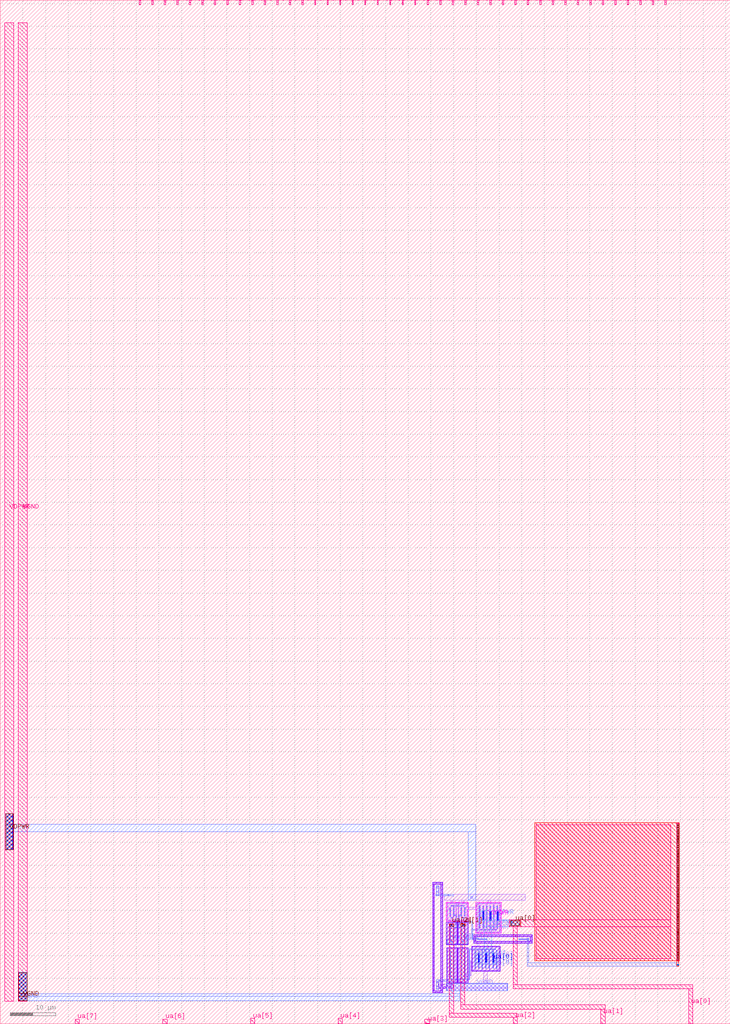
<source format=lef>
VERSION 5.7 ;
  NOWIREEXTENSIONATPIN ON ;
  DIVIDERCHAR "/" ;
  BUSBITCHARS "[]" ;
MACRO tt_um_Maj_opamp
  CLASS BLOCK ;
  FOREIGN tt_um_Maj_opamp ;
  ORIGIN 0.000 0.000 ;
  SIZE 161.000 BY 225.760 ;
  PIN clk
    DIRECTION INPUT ;
    USE SIGNAL ;
    PORT
      LAYER met4 ;
        RECT 143.830 224.760 144.130 225.760 ;
    END
  END clk
  PIN ena
    DIRECTION INPUT ;
    USE SIGNAL ;
    PORT
      LAYER met4 ;
        RECT 146.590 224.760 146.890 225.760 ;
    END
  END ena
  PIN rst_n
    DIRECTION INPUT ;
    USE SIGNAL ;
    PORT
      LAYER met4 ;
        RECT 141.070 224.760 141.370 225.760 ;
    END
  END rst_n
  PIN ua[0]
    DIRECTION INOUT ;
    USE SIGNAL ;
    ANTENNADIFFAREA 7.751700 ;
    PORT
      LAYER li1 ;
        RECT 106.400 21.020 106.570 26.060 ;
        RECT 107.980 21.020 108.150 26.060 ;
        RECT 109.560 21.020 109.730 26.060 ;
        RECT 105.440 12.210 105.610 16.160 ;
        RECT 107.020 12.210 107.190 16.160 ;
        RECT 108.600 12.210 108.770 16.160 ;
      LAYER mcon ;
        RECT 106.400 25.795 106.570 25.965 ;
        RECT 106.400 25.435 106.570 25.605 ;
        RECT 106.400 25.075 106.570 25.245 ;
        RECT 106.400 24.715 106.570 24.885 ;
        RECT 106.400 24.355 106.570 24.525 ;
        RECT 106.400 23.995 106.570 24.165 ;
        RECT 106.400 23.635 106.570 23.805 ;
        RECT 106.400 23.275 106.570 23.445 ;
        RECT 106.400 22.915 106.570 23.085 ;
        RECT 106.400 22.555 106.570 22.725 ;
        RECT 106.400 22.195 106.570 22.365 ;
        RECT 106.400 21.835 106.570 22.005 ;
        RECT 106.400 21.475 106.570 21.645 ;
        RECT 106.400 21.115 106.570 21.285 ;
        RECT 107.980 25.795 108.150 25.965 ;
        RECT 107.980 25.435 108.150 25.605 ;
        RECT 107.980 25.075 108.150 25.245 ;
        RECT 107.980 24.715 108.150 24.885 ;
        RECT 107.980 24.355 108.150 24.525 ;
        RECT 107.980 23.995 108.150 24.165 ;
        RECT 107.980 23.635 108.150 23.805 ;
        RECT 107.980 23.275 108.150 23.445 ;
        RECT 107.980 22.915 108.150 23.085 ;
        RECT 107.980 22.555 108.150 22.725 ;
        RECT 107.980 22.195 108.150 22.365 ;
        RECT 107.980 21.835 108.150 22.005 ;
        RECT 107.980 21.475 108.150 21.645 ;
        RECT 107.980 21.115 108.150 21.285 ;
        RECT 109.560 25.795 109.730 25.965 ;
        RECT 109.560 25.435 109.730 25.605 ;
        RECT 109.560 25.075 109.730 25.245 ;
        RECT 109.560 24.715 109.730 24.885 ;
        RECT 109.560 24.355 109.730 24.525 ;
        RECT 109.560 23.995 109.730 24.165 ;
        RECT 109.560 23.635 109.730 23.805 ;
        RECT 109.560 23.275 109.730 23.445 ;
        RECT 109.560 22.915 109.730 23.085 ;
        RECT 109.560 22.555 109.730 22.725 ;
        RECT 109.560 22.195 109.730 22.365 ;
        RECT 109.560 21.835 109.730 22.005 ;
        RECT 109.560 21.475 109.730 21.645 ;
        RECT 109.560 21.115 109.730 21.285 ;
        RECT 105.440 15.900 105.610 16.070 ;
        RECT 105.440 15.540 105.610 15.710 ;
        RECT 105.440 15.180 105.610 15.350 ;
        RECT 105.440 14.820 105.610 14.990 ;
        RECT 105.440 14.460 105.610 14.630 ;
        RECT 105.440 14.100 105.610 14.270 ;
        RECT 105.440 13.740 105.610 13.910 ;
        RECT 105.440 13.380 105.610 13.550 ;
        RECT 105.440 13.020 105.610 13.190 ;
        RECT 105.440 12.660 105.610 12.830 ;
        RECT 105.440 12.300 105.610 12.470 ;
        RECT 107.020 15.900 107.190 16.070 ;
        RECT 107.020 15.540 107.190 15.710 ;
        RECT 107.020 15.180 107.190 15.350 ;
        RECT 107.020 14.820 107.190 14.990 ;
        RECT 107.020 14.460 107.190 14.630 ;
        RECT 107.020 14.100 107.190 14.270 ;
        RECT 107.020 13.740 107.190 13.910 ;
        RECT 107.020 13.380 107.190 13.550 ;
        RECT 107.020 13.020 107.190 13.190 ;
        RECT 107.020 12.660 107.190 12.830 ;
        RECT 107.020 12.300 107.190 12.470 ;
        RECT 108.600 15.900 108.770 16.070 ;
        RECT 108.600 15.540 108.770 15.710 ;
        RECT 108.600 15.180 108.770 15.350 ;
        RECT 108.600 14.820 108.770 14.990 ;
        RECT 108.600 14.460 108.770 14.630 ;
        RECT 108.600 14.100 108.770 14.270 ;
        RECT 108.600 13.740 108.770 13.910 ;
        RECT 108.600 13.380 108.770 13.550 ;
        RECT 108.600 13.020 108.770 13.190 ;
        RECT 108.600 12.660 108.770 12.830 ;
        RECT 108.600 12.300 108.770 12.470 ;
      LAYER met1 ;
        RECT 106.370 24.910 106.600 26.040 ;
        RECT 107.950 24.910 108.180 26.040 ;
        RECT 109.530 24.910 109.760 26.040 ;
        RECT 106.370 24.760 106.700 24.910 ;
        RECT 106.370 22.750 106.810 24.760 ;
        RECT 106.370 21.040 106.600 22.750 ;
        RECT 107.950 22.690 108.270 24.910 ;
        RECT 109.530 22.690 109.850 24.910 ;
        RECT 107.950 21.040 108.180 22.690 ;
        RECT 109.530 21.040 109.760 22.690 ;
        RECT 105.410 15.520 105.640 16.140 ;
        RECT 106.990 15.540 107.220 16.140 ;
        RECT 108.570 15.550 108.800 16.140 ;
        RECT 105.410 13.300 105.810 15.520 ;
        RECT 106.990 13.320 107.400 15.540 ;
        RECT 108.570 13.330 108.980 15.550 ;
        RECT 105.410 12.230 105.640 13.300 ;
        RECT 106.990 12.230 107.220 13.320 ;
        RECT 108.570 12.230 108.800 13.330 ;
      LAYER via ;
        RECT 106.405 24.540 106.665 24.800 ;
        RECT 106.405 24.220 106.665 24.480 ;
        RECT 106.405 23.900 106.665 24.160 ;
        RECT 106.405 23.580 106.665 23.840 ;
        RECT 106.405 23.260 106.665 23.520 ;
        RECT 106.405 22.940 106.665 23.200 ;
        RECT 107.990 24.445 108.250 24.705 ;
        RECT 107.990 24.125 108.250 24.385 ;
        RECT 107.990 23.805 108.250 24.065 ;
        RECT 107.990 23.485 108.250 23.745 ;
        RECT 107.990 23.165 108.250 23.425 ;
        RECT 107.990 22.845 108.250 23.105 ;
        RECT 109.570 24.435 109.830 24.695 ;
        RECT 109.570 24.115 109.830 24.375 ;
        RECT 109.570 23.795 109.830 24.055 ;
        RECT 109.570 23.475 109.830 23.735 ;
        RECT 109.570 23.155 109.830 23.415 ;
        RECT 109.570 22.835 109.830 23.095 ;
        RECT 105.435 15.155 105.695 15.415 ;
        RECT 105.435 14.835 105.695 15.095 ;
        RECT 105.435 14.515 105.695 14.775 ;
        RECT 105.435 14.195 105.695 14.455 ;
        RECT 105.435 13.875 105.695 14.135 ;
        RECT 105.435 13.555 105.695 13.815 ;
        RECT 107.015 15.145 107.275 15.405 ;
        RECT 107.015 14.825 107.275 15.085 ;
        RECT 107.015 14.505 107.275 14.765 ;
        RECT 107.015 14.185 107.275 14.445 ;
        RECT 107.015 13.865 107.275 14.125 ;
        RECT 107.015 13.545 107.275 13.805 ;
        RECT 108.605 15.135 108.865 15.395 ;
        RECT 108.605 14.815 108.865 15.075 ;
        RECT 108.605 14.495 108.865 14.755 ;
        RECT 108.605 14.175 108.865 14.435 ;
        RECT 108.605 13.855 108.865 14.115 ;
        RECT 108.605 13.535 108.865 13.795 ;
      LAYER met2 ;
        RECT 106.120 22.990 109.910 24.910 ;
        RECT 106.120 22.690 114.850 22.990 ;
        RECT 106.750 21.390 114.850 22.690 ;
        RECT 106.780 15.630 108.430 21.390 ;
        RECT 105.070 13.160 109.210 15.630 ;
      LAYER via2 ;
        RECT 112.660 21.650 114.540 22.730 ;
      LAYER met3 ;
        RECT 112.300 21.390 114.850 22.990 ;
      LAYER via3 ;
        RECT 112.640 21.630 114.560 22.750 ;
      LAYER met4 ;
        RECT 118.245 22.990 147.855 43.895 ;
        RECT 112.300 21.390 147.855 22.990 ;
        RECT 113.170 8.590 114.070 21.390 ;
        RECT 118.245 14.285 147.855 21.390 ;
        RECT 113.170 7.690 152.710 8.590 ;
        RECT 151.810 0.000 152.710 7.690 ;
    END
  END ua[0]
  PIN ua[1]
    DIRECTION INOUT ;
    USE SIGNAL ;
    ANTENNAGATEAREA 1.500000 ;
    PORT
      LAYER li1 ;
        RECT 101.790 21.560 102.290 21.730 ;
        RECT 101.790 18.010 102.290 18.180 ;
      LAYER mcon ;
        RECT 101.955 21.560 102.125 21.730 ;
        RECT 101.955 18.010 102.125 18.180 ;
      LAYER met1 ;
        RECT 101.520 21.520 102.530 21.980 ;
        RECT 101.810 17.980 102.270 18.210 ;
      LAYER via ;
        RECT 101.570 21.520 102.480 21.980 ;
      LAYER met2 ;
        RECT 101.570 21.470 102.480 22.030 ;
      LAYER via2 ;
        RECT 101.570 21.520 102.480 21.980 ;
      LAYER met3 ;
        RECT 101.520 21.495 102.530 22.005 ;
      LAYER via3 ;
        RECT 101.570 21.520 102.480 21.980 ;
      LAYER met4 ;
        RECT 101.565 21.515 102.485 21.985 ;
        RECT 101.570 4.230 102.470 21.515 ;
        RECT 101.570 3.200 133.390 4.230 ;
        RECT 132.490 0.000 133.390 3.200 ;
    END
  END ua[1]
  PIN ua[2]
    DIRECTION INOUT ;
    USE SIGNAL ;
    ANTENNAGATEAREA 1.500000 ;
    PORT
      LAYER li1 ;
        RECT 99.335 21.560 99.835 21.730 ;
        RECT 99.335 18.010 99.835 18.180 ;
      LAYER mcon ;
        RECT 99.500 21.560 99.670 21.730 ;
        RECT 99.500 18.010 99.670 18.180 ;
      LAYER met1 ;
        RECT 99.040 21.520 100.030 21.940 ;
        RECT 99.355 17.980 99.815 18.210 ;
      LAYER via ;
        RECT 99.090 21.520 99.980 21.940 ;
      LAYER met2 ;
        RECT 99.090 21.470 99.980 21.990 ;
      LAYER via2 ;
        RECT 99.090 21.520 99.980 21.940 ;
      LAYER met3 ;
        RECT 99.040 21.495 100.030 21.965 ;
      LAYER via3 ;
        RECT 99.090 21.520 99.980 21.940 ;
      LAYER met4 ;
        RECT 99.080 21.945 99.980 22.090 ;
        RECT 99.080 21.515 99.985 21.945 ;
        RECT 99.080 2.340 99.980 21.515 ;
        RECT 99.080 1.440 114.070 2.340 ;
        RECT 113.170 0.000 114.070 1.440 ;
    END
  END ua[2]
  PIN ua[3]
    DIRECTION INOUT ;
    USE SIGNAL ;
    PORT
      LAYER met4 ;
        RECT 93.610 0.100 94.750 1.000 ;
        RECT 93.850 0.000 94.750 0.100 ;
    END
  END ua[3]
  PIN ua[4]
    DIRECTION INOUT ;
    USE SIGNAL ;
    PORT
      LAYER met4 ;
        RECT 74.530 0.000 75.430 1.250 ;
    END
  END ua[4]
  PIN ua[5]
    DIRECTION INOUT ;
    USE SIGNAL ;
    PORT
      LAYER met4 ;
        RECT 55.210 0.000 56.110 1.250 ;
    END
  END ua[5]
  PIN ua[6]
    DIRECTION INOUT ;
    USE SIGNAL ;
    PORT
      LAYER met4 ;
        RECT 35.890 0.000 36.790 1.000 ;
    END
  END ua[6]
  PIN ua[7]
    DIRECTION INOUT ;
    USE SIGNAL ;
    PORT
      LAYER met4 ;
        RECT 16.570 0.000 17.470 1.000 ;
    END
  END ua[7]
  PIN ui_in[0]
    DIRECTION INPUT ;
    USE SIGNAL ;
    PORT
      LAYER met4 ;
        RECT 138.310 224.760 138.610 225.760 ;
    END
  END ui_in[0]
  PIN ui_in[1]
    DIRECTION INPUT ;
    USE SIGNAL ;
    PORT
      LAYER met4 ;
        RECT 135.550 224.760 135.850 225.760 ;
    END
  END ui_in[1]
  PIN ui_in[2]
    DIRECTION INPUT ;
    USE SIGNAL ;
    PORT
      LAYER met4 ;
        RECT 132.790 224.760 133.090 225.760 ;
    END
  END ui_in[2]
  PIN ui_in[3]
    DIRECTION INPUT ;
    USE SIGNAL ;
    PORT
      LAYER met4 ;
        RECT 130.030 224.760 130.330 225.760 ;
    END
  END ui_in[3]
  PIN ui_in[4]
    DIRECTION INPUT ;
    USE SIGNAL ;
    PORT
      LAYER met4 ;
        RECT 127.270 224.760 127.570 225.760 ;
    END
  END ui_in[4]
  PIN ui_in[5]
    DIRECTION INPUT ;
    USE SIGNAL ;
    PORT
      LAYER met4 ;
        RECT 124.510 224.760 124.810 225.760 ;
    END
  END ui_in[5]
  PIN ui_in[6]
    DIRECTION INPUT ;
    USE SIGNAL ;
    PORT
      LAYER met4 ;
        RECT 121.750 224.760 122.050 225.760 ;
    END
  END ui_in[6]
  PIN ui_in[7]
    DIRECTION INPUT ;
    USE SIGNAL ;
    PORT
      LAYER met4 ;
        RECT 118.990 224.760 119.290 225.760 ;
    END
  END ui_in[7]
  PIN uio_in[0]
    DIRECTION INPUT ;
    USE SIGNAL ;
    PORT
      LAYER met4 ;
        RECT 116.230 224.760 116.530 225.760 ;
    END
  END uio_in[0]
  PIN uio_in[1]
    DIRECTION INPUT ;
    USE SIGNAL ;
    PORT
      LAYER met4 ;
        RECT 113.470 224.760 113.770 225.760 ;
    END
  END uio_in[1]
  PIN uio_in[2]
    DIRECTION INPUT ;
    USE SIGNAL ;
    PORT
      LAYER met4 ;
        RECT 110.710 224.760 111.010 225.760 ;
    END
  END uio_in[2]
  PIN uio_in[3]
    DIRECTION INPUT ;
    USE SIGNAL ;
    PORT
      LAYER met4 ;
        RECT 107.950 224.760 108.250 225.760 ;
    END
  END uio_in[3]
  PIN uio_in[4]
    DIRECTION INPUT ;
    USE SIGNAL ;
    PORT
      LAYER met4 ;
        RECT 105.190 224.760 105.490 225.760 ;
    END
  END uio_in[4]
  PIN uio_in[5]
    DIRECTION INPUT ;
    USE SIGNAL ;
    PORT
      LAYER met4 ;
        RECT 102.430 224.760 102.730 225.760 ;
    END
  END uio_in[5]
  PIN uio_in[6]
    DIRECTION INPUT ;
    USE SIGNAL ;
    PORT
      LAYER met4 ;
        RECT 99.670 224.760 99.970 225.760 ;
    END
  END uio_in[6]
  PIN uio_in[7]
    DIRECTION INPUT ;
    USE SIGNAL ;
    PORT
      LAYER met4 ;
        RECT 96.910 224.760 97.210 225.760 ;
    END
  END uio_in[7]
  PIN uio_oe[0]
    DIRECTION OUTPUT ;
    USE SIGNAL ;
    PORT
      LAYER met4 ;
        RECT 49.990 224.760 50.290 225.760 ;
    END
  END uio_oe[0]
  PIN uio_oe[1]
    DIRECTION OUTPUT ;
    USE SIGNAL ;
    PORT
      LAYER met4 ;
        RECT 47.230 224.760 47.530 225.760 ;
    END
  END uio_oe[1]
  PIN uio_oe[2]
    DIRECTION OUTPUT ;
    USE SIGNAL ;
    PORT
      LAYER met4 ;
        RECT 44.470 224.760 44.770 225.760 ;
    END
  END uio_oe[2]
  PIN uio_oe[3]
    DIRECTION OUTPUT ;
    USE SIGNAL ;
    PORT
      LAYER met4 ;
        RECT 41.710 224.760 42.010 225.760 ;
    END
  END uio_oe[3]
  PIN uio_oe[4]
    DIRECTION OUTPUT ;
    USE SIGNAL ;
    PORT
      LAYER met4 ;
        RECT 38.950 224.760 39.250 225.760 ;
    END
  END uio_oe[4]
  PIN uio_oe[5]
    DIRECTION OUTPUT ;
    USE SIGNAL ;
    PORT
      LAYER met4 ;
        RECT 36.190 224.760 36.490 225.760 ;
    END
  END uio_oe[5]
  PIN uio_oe[6]
    DIRECTION OUTPUT ;
    USE SIGNAL ;
    PORT
      LAYER met4 ;
        RECT 33.430 224.760 33.730 225.760 ;
    END
  END uio_oe[6]
  PIN uio_oe[7]
    DIRECTION OUTPUT ;
    USE SIGNAL ;
    PORT
      LAYER met4 ;
        RECT 30.670 224.760 30.970 225.760 ;
    END
  END uio_oe[7]
  PIN uio_out[0]
    DIRECTION OUTPUT ;
    USE SIGNAL ;
    PORT
      LAYER met4 ;
        RECT 72.070 224.760 72.370 225.760 ;
    END
  END uio_out[0]
  PIN uio_out[1]
    DIRECTION OUTPUT ;
    USE SIGNAL ;
    PORT
      LAYER met4 ;
        RECT 69.310 224.760 69.610 225.760 ;
    END
  END uio_out[1]
  PIN uio_out[2]
    DIRECTION OUTPUT ;
    USE SIGNAL ;
    PORT
      LAYER met4 ;
        RECT 66.550 224.760 66.850 225.760 ;
    END
  END uio_out[2]
  PIN uio_out[3]
    DIRECTION OUTPUT ;
    USE SIGNAL ;
    PORT
      LAYER met4 ;
        RECT 63.790 224.760 64.090 225.760 ;
    END
  END uio_out[3]
  PIN uio_out[4]
    DIRECTION OUTPUT ;
    USE SIGNAL ;
    PORT
      LAYER met4 ;
        RECT 61.030 224.760 61.330 225.760 ;
    END
  END uio_out[4]
  PIN uio_out[5]
    DIRECTION OUTPUT ;
    USE SIGNAL ;
    PORT
      LAYER met4 ;
        RECT 58.270 224.760 58.570 225.760 ;
    END
  END uio_out[5]
  PIN uio_out[6]
    DIRECTION OUTPUT ;
    USE SIGNAL ;
    PORT
      LAYER met4 ;
        RECT 55.510 224.760 55.810 225.760 ;
    END
  END uio_out[6]
  PIN uio_out[7]
    DIRECTION OUTPUT ;
    USE SIGNAL ;
    PORT
      LAYER met4 ;
        RECT 52.750 224.760 53.050 225.760 ;
    END
  END uio_out[7]
  PIN uo_out[0]
    DIRECTION OUTPUT ;
    USE SIGNAL ;
    PORT
      LAYER met4 ;
        RECT 94.150 224.760 94.450 225.760 ;
    END
  END uo_out[0]
  PIN uo_out[1]
    DIRECTION OUTPUT ;
    USE SIGNAL ;
    PORT
      LAYER met4 ;
        RECT 91.390 224.760 91.690 225.760 ;
    END
  END uo_out[1]
  PIN uo_out[2]
    DIRECTION OUTPUT ;
    USE SIGNAL ;
    PORT
      LAYER met4 ;
        RECT 88.630 224.760 88.930 225.760 ;
    END
  END uo_out[2]
  PIN uo_out[3]
    DIRECTION OUTPUT ;
    USE SIGNAL ;
    PORT
      LAYER met4 ;
        RECT 85.870 224.760 86.170 225.760 ;
    END
  END uo_out[3]
  PIN uo_out[4]
    DIRECTION OUTPUT ;
    USE SIGNAL ;
    PORT
      LAYER met4 ;
        RECT 83.110 224.760 83.410 225.760 ;
    END
  END uo_out[4]
  PIN uo_out[5]
    DIRECTION OUTPUT ;
    USE SIGNAL ;
    PORT
      LAYER met4 ;
        RECT 80.350 224.760 80.650 225.760 ;
    END
  END uo_out[5]
  PIN uo_out[6]
    DIRECTION OUTPUT ;
    USE SIGNAL ;
    PORT
      LAYER met4 ;
        RECT 77.590 224.760 77.890 225.760 ;
    END
  END uo_out[6]
  PIN uo_out[7]
    DIRECTION OUTPUT ;
    USE SIGNAL ;
    PORT
      LAYER met4 ;
        RECT 74.830 224.760 75.130 225.760 ;
    END
  END uo_out[7]
  PIN VDPWR
    DIRECTION INOUT ;
    USE POWER ;
    PORT
      LAYER nwell ;
        RECT 100.800 26.765 103.260 26.780 ;
        RECT 98.385 22.590 103.260 26.765 ;
        RECT 98.385 22.575 100.845 22.590 ;
        RECT 104.860 19.940 110.480 26.780 ;
      LAYER li1 ;
        RECT 96.120 28.290 96.810 30.450 ;
        RECT 97.900 27.240 115.800 28.590 ;
        RECT 99.350 26.585 99.850 27.240 ;
        RECT 100.450 26.600 101.150 26.640 ;
        RECT 101.800 26.600 102.300 27.240 ;
        RECT 107.600 26.600 108.100 27.240 ;
        RECT 100.450 26.590 103.080 26.600 ;
        RECT 100.400 26.585 103.080 26.590 ;
        RECT 98.565 26.440 103.080 26.585 ;
        RECT 98.565 26.415 100.665 26.440 ;
        RECT 98.565 25.690 98.735 26.415 ;
        RECT 98.550 25.340 99.350 25.690 ;
        RECT 98.565 22.925 98.735 25.340 ;
        RECT 99.135 23.650 99.305 25.340 ;
        RECT 100.495 22.925 100.665 26.415 ;
        RECT 98.565 22.755 100.665 22.925 ;
        RECT 100.980 26.430 103.080 26.440 ;
        RECT 100.980 22.940 101.150 26.430 ;
        RECT 102.340 25.690 102.510 25.705 ;
        RECT 102.910 25.690 103.080 26.430 ;
        RECT 105.040 26.430 110.300 26.600 ;
        RECT 105.040 25.690 105.210 26.430 ;
        RECT 105.580 25.710 105.810 26.430 ;
        RECT 107.160 25.710 107.390 26.430 ;
        RECT 108.740 25.710 108.970 26.430 ;
        RECT 102.290 25.240 105.210 25.690 ;
        RECT 102.340 23.665 102.510 25.240 ;
        RECT 102.910 22.940 103.080 25.240 ;
        RECT 100.980 22.770 103.080 22.940 ;
        RECT 105.040 20.290 105.210 25.240 ;
        RECT 105.610 21.020 105.780 25.710 ;
        RECT 107.190 21.020 107.360 25.710 ;
        RECT 108.770 21.020 108.940 25.710 ;
        RECT 110.130 20.290 110.300 26.430 ;
        RECT 105.040 20.120 110.300 20.290 ;
      LAYER mcon ;
        RECT 96.200 28.380 96.730 30.350 ;
        RECT 98.725 28.315 98.895 28.485 ;
        RECT 103.730 27.635 104.260 28.165 ;
        RECT 99.135 25.305 99.305 25.475 ;
        RECT 99.135 24.945 99.305 25.115 ;
        RECT 99.135 24.585 99.305 24.755 ;
        RECT 99.135 24.225 99.305 24.395 ;
        RECT 99.135 23.865 99.305 24.035 ;
        RECT 105.610 25.795 105.780 25.965 ;
        RECT 107.190 25.795 107.360 25.965 ;
        RECT 108.770 25.795 108.940 25.965 ;
        RECT 102.340 25.320 102.510 25.490 ;
        RECT 102.340 24.960 102.510 25.130 ;
        RECT 102.340 24.600 102.510 24.770 ;
        RECT 102.340 24.240 102.510 24.410 ;
        RECT 102.340 23.880 102.510 24.050 ;
        RECT 105.610 25.435 105.780 25.605 ;
        RECT 105.610 25.075 105.780 25.245 ;
        RECT 105.610 24.715 105.780 24.885 ;
        RECT 105.610 24.355 105.780 24.525 ;
        RECT 105.610 23.995 105.780 24.165 ;
        RECT 105.610 23.635 105.780 23.805 ;
        RECT 105.610 23.275 105.780 23.445 ;
        RECT 105.610 22.915 105.780 23.085 ;
        RECT 105.610 22.555 105.780 22.725 ;
        RECT 105.610 22.195 105.780 22.365 ;
        RECT 105.610 21.835 105.780 22.005 ;
        RECT 105.610 21.475 105.780 21.645 ;
        RECT 105.610 21.115 105.780 21.285 ;
        RECT 107.190 25.435 107.360 25.605 ;
        RECT 107.190 25.075 107.360 25.245 ;
        RECT 107.190 24.715 107.360 24.885 ;
        RECT 107.190 24.355 107.360 24.525 ;
        RECT 107.190 23.995 107.360 24.165 ;
        RECT 107.190 23.635 107.360 23.805 ;
        RECT 107.190 23.275 107.360 23.445 ;
        RECT 107.190 22.915 107.360 23.085 ;
        RECT 107.190 22.555 107.360 22.725 ;
        RECT 107.190 22.195 107.360 22.365 ;
        RECT 107.190 21.835 107.360 22.005 ;
        RECT 107.190 21.475 107.360 21.645 ;
        RECT 107.190 21.115 107.360 21.285 ;
        RECT 108.770 25.435 108.940 25.605 ;
        RECT 108.770 25.075 108.940 25.245 ;
        RECT 108.770 24.715 108.940 24.885 ;
        RECT 108.770 24.355 108.940 24.525 ;
        RECT 108.770 23.995 108.940 24.165 ;
        RECT 108.770 23.635 108.940 23.805 ;
        RECT 108.770 23.275 108.940 23.445 ;
        RECT 108.770 22.915 108.940 23.085 ;
        RECT 108.770 22.555 108.940 22.725 ;
        RECT 108.770 22.195 108.940 22.365 ;
        RECT 108.770 21.835 108.940 22.005 ;
        RECT 108.770 21.475 108.940 21.645 ;
        RECT 108.770 21.115 108.940 21.285 ;
      LAYER met1 ;
        RECT 1.220 43.960 2.820 46.310 ;
        RECT 1.220 42.380 104.820 43.960 ;
        RECT 1.220 42.370 101.890 42.380 ;
        RECT 1.220 38.400 2.820 42.370 ;
        RECT 96.170 28.590 96.760 30.420 ;
        RECT 96.100 28.270 99.950 28.590 ;
        RECT 97.750 28.260 99.950 28.270 ;
        RECT 103.240 27.240 104.820 42.380 ;
        RECT 99.105 23.670 99.335 25.670 ;
        RECT 102.310 23.685 102.540 25.685 ;
        RECT 105.580 21.040 105.810 26.040 ;
        RECT 107.160 21.040 107.390 26.040 ;
        RECT 108.740 21.040 108.970 26.040 ;
      LAYER via ;
        RECT 1.250 38.430 2.790 46.280 ;
      LAYER met2 ;
        RECT 1.170 38.350 2.870 46.360 ;
      LAYER via2 ;
        RECT 1.220 38.400 2.820 46.310 ;
      LAYER met3 ;
        RECT 1.170 38.350 2.870 46.370 ;
      LAYER via3 ;
        RECT 1.200 38.380 2.840 46.340 ;
      LAYER met4 ;
        RECT 1.000 5.000 3.000 220.760 ;
    END
  END VDPWR
  PIN VGND
    DIRECTION INOUT ;
    USE GROUND ;
    PORT
      LAYER pwell ;
        RECT 95.340 30.800 97.590 31.230 ;
        RECT 95.340 7.240 95.770 30.800 ;
        RECT 97.160 7.240 97.590 30.800 ;
        RECT 98.405 17.370 100.765 22.370 ;
        RECT 100.860 17.370 103.220 22.370 ;
        RECT 104.450 19.200 117.310 19.630 ;
        RECT 104.450 18.170 104.880 19.200 ;
        RECT 116.880 18.170 117.310 19.200 ;
        RECT 104.450 17.740 117.310 18.170 ;
        RECT 98.450 9.090 100.810 16.780 ;
        RECT 100.900 9.090 103.260 16.780 ;
        RECT 103.950 11.540 110.260 17.140 ;
        RECT 95.340 6.810 97.590 7.240 ;
      LAYER li1 ;
        RECT 95.470 30.930 97.460 31.100 ;
        RECT 95.470 7.110 95.640 30.930 ;
        RECT 97.290 8.110 97.460 30.930 ;
        RECT 100.395 22.240 101.220 22.245 ;
        RECT 98.535 22.070 103.090 22.240 ;
        RECT 98.535 17.670 98.705 22.070 ;
        RECT 100.465 17.670 100.635 22.070 ;
        RECT 100.990 17.670 101.160 22.070 ;
        RECT 102.920 17.670 103.090 22.070 ;
        RECT 104.580 19.330 117.180 19.500 ;
        RECT 104.580 18.040 104.750 19.330 ;
        RECT 117.010 18.040 117.180 19.330 ;
        RECT 104.580 17.870 117.180 18.040 ;
        RECT 98.535 17.500 103.090 17.670 ;
        RECT 100.150 17.495 101.215 17.500 ;
        RECT 100.150 16.650 100.550 17.495 ;
        RECT 100.750 17.440 100.960 17.495 ;
        RECT 105.250 17.010 105.550 17.870 ;
        RECT 104.080 16.840 110.130 17.010 ;
        RECT 98.580 16.480 100.680 16.650 ;
        RECT 98.580 10.890 98.750 16.480 ;
        RECT 99.150 10.890 99.320 16.110 ;
        RECT 98.580 10.390 99.320 10.890 ;
        RECT 98.580 9.390 98.750 10.390 ;
        RECT 99.150 10.070 99.320 10.390 ;
        RECT 100.510 9.390 100.680 16.480 ;
        RECT 101.030 16.480 103.130 16.650 ;
        RECT 101.030 9.390 101.200 16.480 ;
        RECT 102.390 10.940 102.560 16.110 ;
        RECT 102.960 10.940 103.130 16.480 ;
        RECT 104.080 13.940 104.250 16.840 ;
        RECT 103.650 13.690 104.250 13.940 ;
        RECT 102.390 10.790 103.200 10.940 ;
        RECT 103.650 10.790 103.850 13.690 ;
        RECT 104.080 11.840 104.250 13.690 ;
        RECT 104.650 11.840 104.820 16.160 ;
        RECT 106.230 11.840 106.400 16.160 ;
        RECT 107.810 11.840 107.980 16.160 ;
        RECT 109.390 11.840 109.560 16.160 ;
        RECT 109.960 11.840 110.130 16.840 ;
        RECT 104.080 11.670 110.130 11.840 ;
        RECT 102.390 10.590 103.850 10.790 ;
        RECT 102.390 10.440 103.200 10.590 ;
        RECT 102.390 10.070 102.560 10.440 ;
        RECT 102.960 9.390 103.130 10.440 ;
        RECT 98.580 9.220 103.130 9.390 ;
        RECT 100.300 9.190 101.450 9.220 ;
        RECT 100.400 8.890 101.350 9.190 ;
        RECT 106.600 8.890 107.400 11.670 ;
        RECT 97.290 8.100 97.830 8.110 ;
        RECT 98.400 8.100 111.900 8.890 ;
        RECT 97.290 7.740 111.900 8.100 ;
        RECT 97.290 7.110 97.460 7.740 ;
        RECT 98.400 7.290 111.900 7.740 ;
        RECT 95.470 6.940 97.460 7.110 ;
      LAYER mcon ;
        RECT 99.150 15.705 99.320 15.875 ;
        RECT 99.150 15.345 99.320 15.515 ;
        RECT 99.150 14.985 99.320 15.155 ;
        RECT 99.150 14.625 99.320 14.795 ;
        RECT 99.150 14.265 99.320 14.435 ;
        RECT 99.150 13.905 99.320 14.075 ;
        RECT 99.150 13.545 99.320 13.715 ;
        RECT 99.150 13.185 99.320 13.355 ;
        RECT 99.150 12.825 99.320 12.995 ;
        RECT 99.150 12.465 99.320 12.635 ;
        RECT 99.150 12.105 99.320 12.275 ;
        RECT 99.150 11.745 99.320 11.915 ;
        RECT 99.150 11.385 99.320 11.555 ;
        RECT 99.150 11.025 99.320 11.195 ;
        RECT 99.150 10.665 99.320 10.835 ;
        RECT 99.150 10.305 99.320 10.475 ;
        RECT 102.390 15.705 102.560 15.875 ;
        RECT 102.390 15.345 102.560 15.515 ;
        RECT 102.390 14.985 102.560 15.155 ;
        RECT 102.390 14.625 102.560 14.795 ;
        RECT 102.390 14.265 102.560 14.435 ;
        RECT 102.390 13.905 102.560 14.075 ;
        RECT 102.390 13.545 102.560 13.715 ;
        RECT 102.390 13.185 102.560 13.355 ;
        RECT 102.390 12.825 102.560 12.995 ;
        RECT 102.390 12.465 102.560 12.635 ;
        RECT 102.390 12.105 102.560 12.275 ;
        RECT 102.390 11.745 102.560 11.915 ;
        RECT 102.390 11.385 102.560 11.555 ;
        RECT 102.390 11.025 102.560 11.195 ;
        RECT 102.390 10.665 102.560 10.835 ;
        RECT 104.650 15.900 104.820 16.070 ;
        RECT 104.650 15.540 104.820 15.710 ;
        RECT 104.650 15.180 104.820 15.350 ;
        RECT 104.650 14.820 104.820 14.990 ;
        RECT 104.650 14.460 104.820 14.630 ;
        RECT 104.650 14.100 104.820 14.270 ;
        RECT 104.650 13.740 104.820 13.910 ;
        RECT 104.650 13.380 104.820 13.550 ;
        RECT 104.650 13.020 104.820 13.190 ;
        RECT 104.650 12.660 104.820 12.830 ;
        RECT 104.650 12.300 104.820 12.470 ;
        RECT 106.230 15.900 106.400 16.070 ;
        RECT 106.230 15.540 106.400 15.710 ;
        RECT 106.230 15.180 106.400 15.350 ;
        RECT 106.230 14.820 106.400 14.990 ;
        RECT 106.230 14.460 106.400 14.630 ;
        RECT 106.230 14.100 106.400 14.270 ;
        RECT 106.230 13.740 106.400 13.910 ;
        RECT 106.230 13.380 106.400 13.550 ;
        RECT 106.230 13.020 106.400 13.190 ;
        RECT 106.230 12.660 106.400 12.830 ;
        RECT 106.230 12.300 106.400 12.470 ;
        RECT 107.810 15.900 107.980 16.070 ;
        RECT 107.810 15.540 107.980 15.710 ;
        RECT 107.810 15.180 107.980 15.350 ;
        RECT 107.810 14.820 107.980 14.990 ;
        RECT 107.810 14.460 107.980 14.630 ;
        RECT 107.810 14.100 107.980 14.270 ;
        RECT 107.810 13.740 107.980 13.910 ;
        RECT 107.810 13.380 107.980 13.550 ;
        RECT 107.810 13.020 107.980 13.190 ;
        RECT 107.810 12.660 107.980 12.830 ;
        RECT 107.810 12.300 107.980 12.470 ;
        RECT 109.390 15.900 109.560 16.070 ;
        RECT 109.390 15.540 109.560 15.710 ;
        RECT 109.390 15.180 109.560 15.350 ;
        RECT 109.390 14.820 109.560 14.990 ;
        RECT 109.390 14.460 109.560 14.630 ;
        RECT 109.390 14.100 109.560 14.270 ;
        RECT 109.390 13.740 109.560 13.910 ;
        RECT 109.390 13.380 109.560 13.550 ;
        RECT 109.390 13.020 109.560 13.190 ;
        RECT 109.390 12.660 109.560 12.830 ;
        RECT 109.390 12.300 109.560 12.470 ;
        RECT 102.390 10.305 102.560 10.475 ;
        RECT 98.420 7.300 111.860 8.870 ;
      LAYER met1 ;
        RECT 3.980 6.600 5.980 11.270 ;
        RECT 99.120 10.090 99.350 16.090 ;
        RECT 102.360 10.090 102.590 16.090 ;
        RECT 104.620 12.230 104.850 16.140 ;
        RECT 106.200 12.230 106.430 16.140 ;
        RECT 107.780 12.230 108.010 16.140 ;
        RECT 109.360 12.230 109.590 16.140 ;
        RECT 98.360 7.270 111.920 8.900 ;
        RECT 99.820 6.600 101.340 7.270 ;
        RECT 3.980 6.090 101.340 6.600 ;
        RECT 4.000 5.080 101.340 6.090 ;
        RECT 4.000 5.040 5.990 5.080 ;
      LAYER via ;
        RECT 4.030 6.700 5.930 11.270 ;
        RECT 4.030 6.090 5.940 6.700 ;
        RECT 4.050 5.040 5.940 6.090 ;
      LAYER met2 ;
        RECT 4.030 6.750 5.930 11.320 ;
        RECT 4.030 6.040 5.940 6.750 ;
        RECT 4.050 4.990 5.940 6.040 ;
      LAYER via2 ;
        RECT 4.030 6.700 5.930 11.270 ;
        RECT 4.030 6.090 5.940 6.700 ;
        RECT 4.050 5.040 5.940 6.090 ;
      LAYER met3 ;
        RECT 3.980 6.725 5.980 11.295 ;
        RECT 3.980 6.065 5.990 6.725 ;
        RECT 4.000 5.015 5.990 6.065 ;
      LAYER via3 ;
        RECT 4.030 6.700 5.930 11.270 ;
        RECT 4.030 6.090 5.940 6.700 ;
        RECT 4.050 5.040 5.940 6.090 ;
      LAYER met4 ;
        RECT 4.000 5.000 6.000 220.760 ;
    END
  END VGND
  OBS
      LAYER li1 ;
        RECT 99.365 25.905 99.865 26.075 ;
        RECT 101.780 25.920 102.280 26.090 ;
        RECT 99.925 23.650 100.095 25.690 ;
        RECT 101.550 23.665 101.720 25.705 ;
        RECT 99.365 23.265 99.865 23.435 ;
        RECT 101.780 23.280 102.280 23.450 ;
        RECT 99.105 18.350 99.275 21.390 ;
        RECT 99.895 18.350 100.065 21.390 ;
        RECT 101.560 18.350 101.730 21.390 ;
        RECT 102.350 18.350 102.520 21.390 ;
        RECT 105.840 20.635 106.340 20.805 ;
        RECT 106.630 20.635 107.130 20.805 ;
        RECT 107.420 20.635 107.920 20.805 ;
        RECT 108.210 20.635 108.710 20.805 ;
        RECT 109.000 20.635 109.500 20.805 ;
        RECT 105.310 18.770 105.480 18.850 ;
        RECT 116.280 18.770 116.450 18.850 ;
        RECT 105.310 18.600 107.295 18.770 ;
        RECT 114.465 18.600 116.450 18.770 ;
        RECT 105.310 18.520 105.480 18.600 ;
        RECT 116.280 18.520 116.450 18.600 ;
        RECT 104.880 16.330 105.380 16.500 ;
        RECT 105.670 16.330 106.170 16.500 ;
        RECT 106.460 16.330 106.960 16.500 ;
        RECT 107.250 16.330 107.750 16.500 ;
        RECT 108.040 16.330 108.540 16.500 ;
        RECT 108.830 16.330 109.330 16.500 ;
        RECT 99.940 10.070 100.110 16.110 ;
        RECT 101.600 10.070 101.770 16.110 ;
        RECT 96.120 7.590 96.810 9.750 ;
        RECT 99.380 9.730 99.880 9.900 ;
        RECT 101.830 9.730 102.330 9.900 ;
      LAYER mcon ;
        RECT 99.530 25.905 99.700 26.075 ;
        RECT 101.945 25.920 102.115 26.090 ;
        RECT 99.925 25.305 100.095 25.475 ;
        RECT 99.925 24.945 100.095 25.115 ;
        RECT 99.925 24.585 100.095 24.755 ;
        RECT 99.925 24.225 100.095 24.395 ;
        RECT 99.925 23.865 100.095 24.035 ;
        RECT 101.550 25.320 101.720 25.490 ;
        RECT 101.550 24.960 101.720 25.130 ;
        RECT 101.550 24.600 101.720 24.770 ;
        RECT 101.550 24.240 101.720 24.410 ;
        RECT 101.550 23.880 101.720 24.050 ;
        RECT 99.530 23.265 99.700 23.435 ;
        RECT 101.945 23.280 102.115 23.450 ;
        RECT 99.105 21.045 99.275 21.215 ;
        RECT 99.105 20.685 99.275 20.855 ;
        RECT 99.105 20.325 99.275 20.495 ;
        RECT 99.105 19.965 99.275 20.135 ;
        RECT 99.105 19.605 99.275 19.775 ;
        RECT 99.105 19.245 99.275 19.415 ;
        RECT 99.105 18.885 99.275 19.055 ;
        RECT 99.105 18.525 99.275 18.695 ;
        RECT 99.895 21.045 100.065 21.215 ;
        RECT 99.895 20.685 100.065 20.855 ;
        RECT 99.895 20.325 100.065 20.495 ;
        RECT 99.895 19.965 100.065 20.135 ;
        RECT 99.895 19.605 100.065 19.775 ;
        RECT 99.895 19.245 100.065 19.415 ;
        RECT 99.895 18.885 100.065 19.055 ;
        RECT 99.895 18.525 100.065 18.695 ;
        RECT 101.560 21.045 101.730 21.215 ;
        RECT 101.560 20.685 101.730 20.855 ;
        RECT 101.560 20.325 101.730 20.495 ;
        RECT 101.560 19.965 101.730 20.135 ;
        RECT 101.560 19.605 101.730 19.775 ;
        RECT 101.560 19.245 101.730 19.415 ;
        RECT 101.560 18.885 101.730 19.055 ;
        RECT 101.560 18.525 101.730 18.695 ;
        RECT 102.350 21.045 102.520 21.215 ;
        RECT 102.350 20.685 102.520 20.855 ;
        RECT 106.005 20.635 106.175 20.805 ;
        RECT 106.795 20.635 106.965 20.805 ;
        RECT 107.585 20.635 107.755 20.805 ;
        RECT 108.375 20.635 108.545 20.805 ;
        RECT 109.165 20.635 109.335 20.805 ;
        RECT 102.350 20.325 102.520 20.495 ;
        RECT 102.350 19.965 102.520 20.135 ;
        RECT 102.350 19.605 102.520 19.775 ;
        RECT 102.350 19.245 102.520 19.415 ;
        RECT 102.350 18.885 102.520 19.055 ;
        RECT 102.350 18.525 102.520 18.695 ;
        RECT 105.315 18.600 105.485 18.770 ;
        RECT 105.675 18.600 105.845 18.770 ;
        RECT 106.035 18.600 106.205 18.770 ;
        RECT 106.395 18.600 106.565 18.770 ;
        RECT 106.755 18.600 106.925 18.770 ;
        RECT 107.115 18.600 107.285 18.770 ;
        RECT 114.470 18.600 114.640 18.770 ;
        RECT 114.830 18.600 115.000 18.770 ;
        RECT 115.190 18.600 115.360 18.770 ;
        RECT 115.550 18.600 115.720 18.770 ;
        RECT 115.910 18.600 116.080 18.770 ;
        RECT 116.270 18.600 116.440 18.770 ;
        RECT 105.045 16.330 105.215 16.500 ;
        RECT 105.835 16.330 106.005 16.500 ;
        RECT 106.625 16.330 106.795 16.500 ;
        RECT 107.415 16.330 107.585 16.500 ;
        RECT 108.205 16.330 108.375 16.500 ;
        RECT 108.995 16.330 109.165 16.500 ;
        RECT 99.940 15.705 100.110 15.875 ;
        RECT 99.940 15.345 100.110 15.515 ;
        RECT 99.940 14.985 100.110 15.155 ;
        RECT 99.940 14.625 100.110 14.795 ;
        RECT 99.940 14.265 100.110 14.435 ;
        RECT 99.940 13.905 100.110 14.075 ;
        RECT 99.940 13.545 100.110 13.715 ;
        RECT 99.940 13.185 100.110 13.355 ;
        RECT 99.940 12.825 100.110 12.995 ;
        RECT 99.940 12.465 100.110 12.635 ;
        RECT 99.940 12.105 100.110 12.275 ;
        RECT 99.940 11.745 100.110 11.915 ;
        RECT 99.940 11.385 100.110 11.555 ;
        RECT 99.940 11.025 100.110 11.195 ;
        RECT 99.940 10.665 100.110 10.835 ;
        RECT 99.940 10.305 100.110 10.475 ;
        RECT 101.600 15.705 101.770 15.875 ;
        RECT 101.600 15.345 101.770 15.515 ;
        RECT 101.600 14.985 101.770 15.155 ;
        RECT 101.600 14.625 101.770 14.795 ;
        RECT 101.600 14.265 101.770 14.435 ;
        RECT 101.600 13.905 101.770 14.075 ;
        RECT 101.600 13.545 101.770 13.715 ;
        RECT 101.600 13.185 101.770 13.355 ;
        RECT 101.600 12.825 101.770 12.995 ;
        RECT 101.600 12.465 101.770 12.635 ;
        RECT 101.600 12.105 101.770 12.275 ;
        RECT 101.600 11.745 101.770 11.915 ;
        RECT 101.600 11.385 101.770 11.555 ;
        RECT 101.600 11.025 101.770 11.195 ;
        RECT 101.600 10.665 101.770 10.835 ;
        RECT 101.600 10.305 101.770 10.475 ;
        RECT 99.545 9.730 99.715 9.900 ;
        RECT 101.995 9.730 102.165 9.900 ;
        RECT 96.200 7.685 96.730 9.655 ;
      LAYER met1 ;
        RECT 99.385 26.090 99.845 26.105 ;
        RECT 101.800 26.090 102.260 26.120 ;
        RECT 99.350 25.890 102.300 26.090 ;
        RECT 99.385 25.875 100.140 25.890 ;
        RECT 99.900 25.670 100.140 25.875 ;
        RECT 99.895 25.490 100.140 25.670 ;
        RECT 99.895 24.020 100.125 25.490 ;
        RECT 101.520 24.020 101.750 25.685 ;
        RECT 99.895 23.840 100.670 24.020 ;
        RECT 99.895 23.670 100.125 23.840 ;
        RECT 99.385 23.235 99.845 23.465 ;
        RECT 99.075 18.670 99.305 21.370 ;
        RECT 98.480 18.430 99.305 18.670 ;
        RECT 98.480 17.670 98.720 18.430 ;
        RECT 99.075 18.370 99.305 18.430 ;
        RECT 99.865 21.320 100.095 21.370 ;
        RECT 100.460 21.320 100.670 23.840 ;
        RECT 99.865 21.140 100.670 21.320 ;
        RECT 100.980 23.840 101.750 24.020 ;
        RECT 100.980 22.590 101.190 23.840 ;
        RECT 101.520 23.685 101.750 23.840 ;
        RECT 101.800 23.250 102.260 23.480 ;
        RECT 100.980 22.420 104.160 22.590 ;
        RECT 100.980 21.330 101.190 22.420 ;
        RECT 101.530 21.330 101.760 21.370 ;
        RECT 100.980 21.150 101.760 21.330 ;
        RECT 99.865 18.370 100.095 21.140 ;
        RECT 101.530 18.370 101.760 21.150 ;
        RECT 102.320 18.780 102.550 21.370 ;
        RECT 104.000 20.830 104.160 22.420 ;
        RECT 105.860 20.830 106.320 20.835 ;
        RECT 106.650 20.830 107.110 20.835 ;
        RECT 107.440 20.830 107.900 20.835 ;
        RECT 108.230 20.830 108.690 20.835 ;
        RECT 109.020 20.830 109.480 20.835 ;
        RECT 104.000 20.630 109.480 20.830 ;
        RECT 104.000 18.840 104.150 20.630 ;
        RECT 105.860 20.605 106.320 20.630 ;
        RECT 106.650 20.605 107.110 20.630 ;
        RECT 107.440 20.605 107.900 20.630 ;
        RECT 108.230 20.605 108.690 20.630 ;
        RECT 109.020 20.605 109.480 20.630 ;
        RECT 104.000 18.800 105.500 18.840 ;
        RECT 116.200 18.800 116.600 18.890 ;
        RECT 102.320 18.540 103.100 18.780 ;
        RECT 102.320 18.370 102.550 18.540 ;
        RECT 102.910 17.670 103.100 18.540 ;
        RECT 104.000 18.570 107.355 18.800 ;
        RECT 114.405 18.570 116.600 18.800 ;
        RECT 104.000 18.490 105.500 18.570 ;
        RECT 98.480 17.660 103.100 17.670 ;
        RECT 98.480 17.490 103.090 17.660 ;
        RECT 99.910 10.290 100.140 16.090 ;
        RECT 101.550 15.840 101.850 17.490 ;
        RECT 103.400 16.530 103.900 16.540 ;
        RECT 103.400 16.300 109.310 16.530 ;
        RECT 103.400 16.290 103.900 16.300 ;
        RECT 99.900 10.090 100.140 10.290 ;
        RECT 101.570 10.090 101.800 15.840 ;
        RECT 99.900 9.940 100.100 10.090 ;
        RECT 99.400 9.890 102.350 9.940 ;
        RECT 103.400 9.890 103.600 16.290 ;
        RECT 116.200 13.440 116.600 18.570 ;
        RECT 116.200 12.640 149.650 13.440 ;
        RECT 96.170 9.710 96.760 9.725 ;
        RECT 99.400 9.710 103.600 9.890 ;
        RECT 96.110 9.690 103.600 9.710 ;
        RECT 96.110 9.400 99.910 9.690 ;
        RECT 96.110 9.390 98.180 9.400 ;
        RECT 99.400 9.390 99.860 9.400 ;
        RECT 96.170 7.620 96.760 9.390 ;
      LAYER via ;
        RECT 149.320 12.885 149.580 13.145 ;
      LAYER met2 ;
        RECT 149.250 12.640 149.650 13.440 ;
      LAYER via2 ;
        RECT 149.310 12.875 149.590 13.155 ;
      LAYER met3 ;
        RECT 117.850 13.890 149.710 44.290 ;
        RECT 149.250 12.640 149.650 13.890 ;
      LAYER via3 ;
        RECT 149.290 43.730 149.610 44.050 ;
        RECT 149.290 43.330 149.610 43.650 ;
        RECT 149.290 42.930 149.610 43.250 ;
        RECT 149.290 42.530 149.610 42.850 ;
        RECT 149.290 42.130 149.610 42.450 ;
        RECT 149.290 41.730 149.610 42.050 ;
        RECT 149.290 41.330 149.610 41.650 ;
        RECT 149.290 40.930 149.610 41.250 ;
        RECT 149.290 40.530 149.610 40.850 ;
        RECT 149.290 40.130 149.610 40.450 ;
        RECT 149.290 39.730 149.610 40.050 ;
        RECT 149.290 39.330 149.610 39.650 ;
        RECT 149.290 38.930 149.610 39.250 ;
        RECT 149.290 38.530 149.610 38.850 ;
        RECT 149.290 38.130 149.610 38.450 ;
        RECT 149.290 37.730 149.610 38.050 ;
        RECT 149.290 37.330 149.610 37.650 ;
        RECT 149.290 36.930 149.610 37.250 ;
        RECT 149.290 36.530 149.610 36.850 ;
        RECT 149.290 36.130 149.610 36.450 ;
        RECT 149.290 35.730 149.610 36.050 ;
        RECT 149.290 35.330 149.610 35.650 ;
        RECT 149.290 34.930 149.610 35.250 ;
        RECT 149.290 34.530 149.610 34.850 ;
        RECT 149.290 34.130 149.610 34.450 ;
        RECT 149.290 33.730 149.610 34.050 ;
        RECT 149.290 33.330 149.610 33.650 ;
        RECT 149.290 32.930 149.610 33.250 ;
        RECT 149.290 32.530 149.610 32.850 ;
        RECT 149.290 32.130 149.610 32.450 ;
        RECT 149.290 31.730 149.610 32.050 ;
        RECT 149.290 31.330 149.610 31.650 ;
        RECT 149.290 30.930 149.610 31.250 ;
        RECT 149.290 30.530 149.610 30.850 ;
        RECT 149.290 30.130 149.610 30.450 ;
        RECT 149.290 29.730 149.610 30.050 ;
        RECT 149.290 29.330 149.610 29.650 ;
        RECT 149.290 28.930 149.610 29.250 ;
        RECT 149.290 28.530 149.610 28.850 ;
        RECT 149.290 28.130 149.610 28.450 ;
        RECT 149.290 27.730 149.610 28.050 ;
        RECT 149.290 27.330 149.610 27.650 ;
        RECT 149.290 26.930 149.610 27.250 ;
        RECT 149.290 26.530 149.610 26.850 ;
        RECT 149.290 26.130 149.610 26.450 ;
        RECT 149.290 25.730 149.610 26.050 ;
        RECT 149.290 25.330 149.610 25.650 ;
        RECT 149.290 24.930 149.610 25.250 ;
        RECT 149.290 24.530 149.610 24.850 ;
        RECT 149.290 24.130 149.610 24.450 ;
        RECT 149.290 23.730 149.610 24.050 ;
        RECT 149.290 23.330 149.610 23.650 ;
        RECT 149.290 22.930 149.610 23.250 ;
        RECT 149.290 22.530 149.610 22.850 ;
        RECT 149.290 22.130 149.610 22.450 ;
        RECT 149.290 21.730 149.610 22.050 ;
        RECT 149.290 21.330 149.610 21.650 ;
        RECT 149.290 20.930 149.610 21.250 ;
        RECT 149.290 20.530 149.610 20.850 ;
        RECT 149.290 20.130 149.610 20.450 ;
        RECT 149.290 19.730 149.610 20.050 ;
        RECT 149.290 19.330 149.610 19.650 ;
        RECT 149.290 18.930 149.610 19.250 ;
        RECT 149.290 18.530 149.610 18.850 ;
        RECT 149.290 18.130 149.610 18.450 ;
        RECT 149.290 17.730 149.610 18.050 ;
        RECT 149.290 17.330 149.610 17.650 ;
        RECT 149.290 16.930 149.610 17.250 ;
        RECT 149.290 16.530 149.610 16.850 ;
        RECT 149.290 16.130 149.610 16.450 ;
        RECT 149.290 15.730 149.610 16.050 ;
        RECT 149.290 15.330 149.610 15.650 ;
        RECT 149.290 14.930 149.610 15.250 ;
        RECT 149.290 14.530 149.610 14.850 ;
        RECT 149.290 14.130 149.610 14.450 ;
      LAYER met4 ;
        RECT 149.210 13.950 149.690 44.230 ;
  END
END tt_um_Maj_opamp
END LIBRARY


</source>
